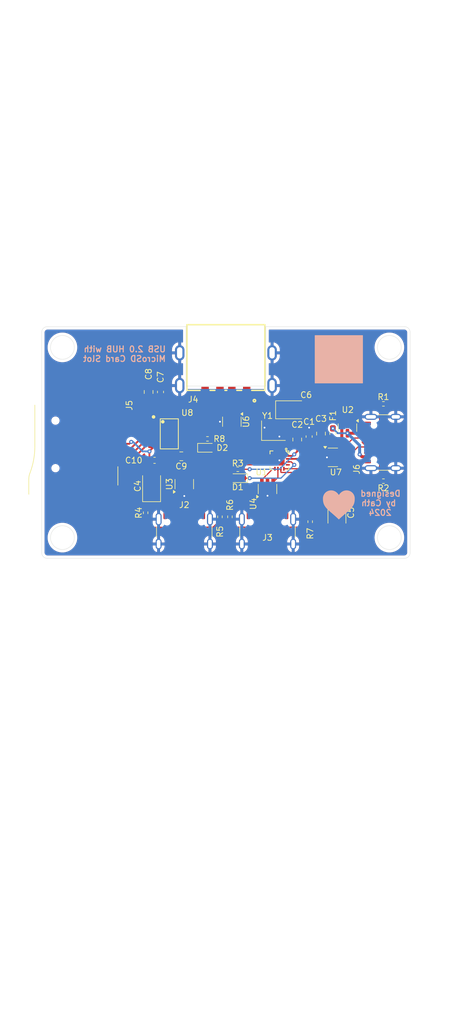
<source format=kicad_pcb>
(kicad_pcb (version 20240108) (generator "pcbnew") (generator_version "8.0")
  (layers (0 "F.Cu" signal) (31 "B.Cu" power) (34 "B.Paste" user) (35 "F.Paste" user) (36 "B.SilkS" user "B.Silkscreen") (37 "F.SilkS" user "F.Silkscreen") (38 "B.Mask" user) (39 "F.Mask" user) (44 "Edge.Cuts" user))
  (net 0 "")
  (net 1 "Net-(U1-VDD33)")
  (net 2 "GND")
  (net 3 "Net-(U1-V5)")
  (net 4 "VBUS")
  (net 5 "SD_VDD")
  (net 6 "Net-(D1-K)")
  (net 7 "Net-(D1-A)")
  (net 8 "Net-(D2-K)")
  (net 9 "Net-(D2-A)")
  (net 10 "+5V")
  (net 11 "/D2F+")
  (net 12 "Net-(J2-CC2)")
  (net 13 "/D2F-")
  (net 14 "Net-(J2-CC1)")
  (net 17 "Net-(J3-CC1)")
  (net 18 "/D1F-")
  (net 19 "Net-(J3-CC2)")
  (net 20 "/D1F+")
  (net 23 "/D4F+")
  (net 24 "/D4F-")
  (net 25 "Net-(J5-DAT0)")
  (net 26 "Net-(J5-CMD)")
  (net 27 "Net-(J5-CLK)")
  (net 28 "Net-(J5-DAT3{slash}CD)")
  (net 29 "Net-(J5-VDD)")
  (net 30 "Net-(J5-DAT2)")
  (net 31 "Net-(J5-DAT1)")
  (net 32 "D-")
  (net 33 "Net-(J6-CC2)")
  (net 36 "Net-(J6-CC1)")
  (net 37 "D+")
  (net 38 "D2+")
  (net 39 "D3-")
  (net 40 "D3+")
  (net 41 "D4+")
  (net 42 "Net-(U1-XI)")
  (net 43 "D1+")
  (net 45 "D1-")
  (net 46 "Net-(U1-XO)")
  (net 47 "D4-")
  (net 48 "D2-")
  (net 50 "/DU+")
  (net 51 "/DU-")
  (footprint "Resistor_SMD:R_0402_1005Metric_Pad0.72x0.64mm_HandSolder" (layer "F.Cu") (at 133 83.32 90)
    (property "Reference" "R4")
    (property "Value" "22K")
  )
  (footprint "Capacitor_SMD:C_0805_2012Metric_Pad1.18x1.45mm_HandSolder" (layer "F.Cu") (at 162.5 70 -90)
    (property "Reference" "C3")
    (property "Value" "1u")
  )
  (footprint "Resistor_SMD:R_0402_1005Metric_Pad0.72x0.64mm_HandSolder" (layer "F.Cu") (at 147.18 84 90)
    (property "Reference" "R6")
    (property "Value" "22K")
  )
  (footprint "Capacitor_SMD:C_0603_1608Metric_Pad1.08x0.95mm_HandSolder" (layer "F.Cu") (at 135.5 63 90)
    (property "Reference" "C7")
    (property "Value" "0.1u")
  )
  (footprint "Resistor_SMD:R_0402_1005Metric_Pad0.72x0.64mm_HandSolder" (layer "F.Cu") (at 143.4025 70.88875 180)
    (property "Reference" "R8")
    (property "Value" "1k")
  )
  (footprint "Connector_USB:USB_C_Receptacle_GCT_USB4105-xx-A_16P_TopMnt_Horizontal" (layer "F.Cu") (at 174 71.5 90)
    (property "Reference" "J6")
    (property "Value" "USB_C_Receptacle_USB2.0_16P")
  )
  (footprint "footprints:SUNTECH_ST-TF-003A" (layer "F.Cu") (at 123 71.5 -90)
    (property "Reference" "J5")
    (property "Value" "Micro_SD_Card")
  )
  (footprint "Fuse:Fuse_0603_1608Metric_Pad1.05x0.95mm_HandSolder" (layer "F.Cu") (at 164.5 70 90)
    (property "Reference" "F1")
    (property "Value" "100mA Fuse")
  )
  (footprint "Capacitor_SMD:C_0805_2012Metric_Pad1.18x1.45mm_HandSolder" (layer "F.Cu") (at 158.5 71 -90)
    (property "Reference" "C2")
    (property "Value" "10u")
  )
  (footprint "Capacitor_SMD:C_0603_1608Metric_Pad1.08x0.95mm_HandSolder" (layer "F.Cu") (at 134.5 74.5)
    (property "Reference" "C10")
    (property "Value" "0.1u")
  )
  (footprint "Crystal:Crystal_SMD_3225-4Pin_3.2x2.5mm" (layer "F.Cu") (at 154.5 69.5)
    (property "Reference" "Y1")
    (property "Value" "	Crystal 12MHz")
  )
  (footprint "Capacitor_Tantalum_SMD:CP_EIA-3528-15_AVX-H_Pad1.50x2.35mm_HandSolder" (layer "F.Cu") (at 165.18 83.32 -90)
    (property "Reference" "C5")
    (property "Value" "100uF")
  )
  (footprint "Resistor_SMD:R_0402_1005Metric_Pad0.72x0.64mm_HandSolder" (layer "F.Cu") (at 145.5 84 -90)
    (property "Reference" "R5")
    (property "Value" "22K")
  )
  (footprint "Package_TO_SOT_SMD:SOT-23-6" (layer "F.Cu") (at 164.5 74)
    (property "Reference" "U7")
    (property "Value" "USBLC6-2SC6")
  )
  (footprint "Resistor_SMD:R_0402_1005Metric_Pad0.72x0.64mm_HandSolder" (layer "F.Cu") (at 148.5 76)
    (property "Reference" "R3")
    (property "Value" "1k")
  )
  (footprint "Capacitor_Tantalum_SMD:CP_EIA-3528-15_AVX-H_Pad1.50x2.35mm_HandSolder" (layer "F.Cu") (at 157.5 66)
    (property "Reference" "C6")
    (property "Value" "100uF")
  )
  (footprint "da:QFN-16_L3.0-W3.0-P0.50-BL-EP1.7" (layer "F.Cu") (at 155.5 74.5 180)
    (property "Reference" "U1")
    (property "Value" "CH334P")
  )
  (footprint "Resistor_SMD:R_0402_1005Metric_Pad0.72x0.64mm_HandSolder" (layer "F.Cu") (at 173 78 180)
    (property "Reference" "R2")
    (property "Value" "5.1k")
  )
  (footprint "Connector_USB:USB_C_Receptacle_GCT_USB4105-xx-A_16P_TopMnt_Horizontal" (layer "F.Cu") (at 139.5 87.5)
    (property "Reference" "J2")
    (property "Value" "USB_C_Receptacle_USB2.0_16P")
  )
  (footprint "Package_TO_SOT_SMD:SOT-23-6" (layer "F.Cu") (at 147.5 68 -90)
    (property "Reference" "U6")
    (property "Value" "USBLC6-2SC6")
  )
  (footprint "Connector_USB:USB_C_Receptacle_GCT_USB4105-xx-A_16P_TopMnt_Horizontal" (layer "F.Cu") (at 153.5 87.5)
    (property "Reference" "J3")
    (property "Value" "USB_C_Receptacle_USB2.0_16P")
  )
  (footprint "Package_TO_SOT_SMD:SOT-23" (layer "F.Cu") (at 166.95 69 -90)
    (property "Reference" "U2")
    (property "Value" "CH213K")
  )
  (footprint "Package_TO_SOT_SMD:SOT-23-6" (layer "F.Cu") (at 139.5 78.5 90)
    (property "Reference" "U3")
    (property "Value" "USBLC6-2SC6")
  )
  (footprint "Capacitor_SMD:C_0805_2012Metric_Pad1.18x1.45mm_HandSolder" (layer "F.Cu") (at 133.5 63 90)
    (property "Reference" "C8")
    (property "Value" "10u")
  )
  (footprint "LED_SMD:LED_0603_1608Metric_Pad1.05x0.95mm_HandSolder" (layer "F.Cu") (at 143.4025 72.38875)
    (property "Reference" "D2")
    (property "Value" "LED")
  )
  (footprint "da:USB-A-SMD_11.0180CB1.9" (layer "F.Cu") (at 146.5 60 180)
    (property "Reference" "J4")
    (property "Value" "USB_A")
  )
  (footprint "Capacitor_Tantalum_SMD:CP_EIA-3528-15_AVX-H_Pad1.50x2.35mm_HandSolder" (layer "F.Cu") (at 134 78.82 90)
    (property "Reference" "C4")
    (property "Value" "100uF")
  )
  (footprint "Package_TO_SOT_SMD:SOT-23-6" (layer "F.Cu") (at 153.5 79.32 90)
    (property "Reference" "U4")
    (property "Value" "USBLC6-2SC6")
  )
  (footprint "Resistor_SMD:R_0402_1005Metric_Pad0.72x0.64mm_HandSolder" (layer "F.Cu") (at 173 65)
    (property "Reference" "R1")
    (property "Value" "5.1k")
  )
  (footprint "da:SSOP-16_L4.9-W3.9-P0.64-LS6.0-BL" (layer "F.Cu") (at 136.98 70.045 -90)
    (property "Reference" "U8")
    (property "Value" "GL823K-HCY04")
  )
  (footprint "LED_SMD:LED_0603_1608Metric_Pad1.05x0.95mm_HandSolder" (layer "F.Cu") (at 148.5 77.5 180)
    (property "Reference" "D1")
    (property "Value" "LED")
  )
  (footprint "Resistor_SMD:R_0402_1005Metric_Pad0.72x0.64mm_HandSolder" (layer "F.Cu") (at 160.68 84.82 -90)
    (property "Reference" "R7")
    (property "Value" "22K")
  )
  (footprint "Capacitor_SMD:C_0603_1608Metric_Pad1.08x0.95mm_HandSolder" (layer "F.Cu") (at 160.5 70.5 -90)
    (property "Reference" "C1")
    (property "Value" "0.1u")
  )
  (footprint "Capacitor_SMD:C_0805_2012Metric_Pad1.18x1.45mm_HandSolder" (layer "F.Cu") (at 139 73.82 180)
    (property "Reference" "C9")
    (property "Value" "10u")
  )
  (footprint "LOGO" (layer "B.Cu") (at 165.5 82 180)
    (property "Reference" "G***" (hide yes))
    (property "Value" "LOGO" (hide yes))
  )
  (gr_rect (start 161.5 53.5) (end 169.5 61.5) (stroke (width 0.1)) (fill solid) (layer "B.SilkS"))
  (gr_line (start 153.209491 52) (end 176.5 52) (stroke (width 0.05)) (layer "Edge.Cuts"))
  (gr_circle (center 119 87.5) (end 117 87.5) (stroke (width 0.05)) (fill none) (layer "Edge.Cuts"))
  (gr_arc (start 116.5 91) (mid 115.792893 90.707107) (end 115.5 90) (stroke (width 0.05)) (layer "Edge.Cuts"))
  (gr_arc (start 115.5 53) (mid 115.792893 52.292893) (end 116.5 52) (stroke (width 0.05)) (layer "Edge.Cuts"))
  (gr_arc (start 177.5 90) (mid 177.207107 90.707107) (end 176.5 91) (stroke (width 0.05)) (layer "Edge.Cuts"))
  (gr_circle (center 174 87.5) (end 174 85.5) (stroke (width 0.05)) (fill none) (layer "Edge.Cuts"))
  (gr_line (start 177.50009 90) (end 177.50009 53) (stroke (width 0.05)) (layer "Edge.Cuts"))
  (gr_arc (start 176.5 51.99991) (mid 177.20717 52.29283) (end 177.50009 53) (stroke (width 0.05)) (layer "Edge.Cuts"))
  (gr_line (start 115.5 90) (end 115.5 53) (stroke (width 0.05)) (layer "Edge.Cuts"))
  (gr_line (start 139.793528 62) (end 139.793528 52) (stroke (width 0.05)) (layer "Edge.Cuts"))
  (gr_line (start 153 62) (end 153.209491 62) (stroke (width 0.05)) (layer "Edge.Cuts"))
  (gr_circle (center 119 55.5) (end 117 55.5) (stroke (width 0.05)) (fill none) (layer "Edge.Cuts"))
  (gr_line (start 176.5 91) (end 116.5 91) (stroke (width 0.05)) (layer "Edge.Cuts"))
  (gr_line (start 140 62) (end 139.793528 62) (stroke (width 0.05)) (layer "Edge.Cuts"))
  (gr_circle (center 174 55.5) (end 174 53.5) (stroke (width 0.05)) (fill none) (layer "Edge.Cuts"))
  (gr_line (start 140 62) (end 153 62) (stroke (width 0.05)) (layer "Edge.Cuts"))
  (gr_line (start 139.793528 52) (end 116.5 52) (stroke (width 0.05)) (layer "Edge.Cuts"))
  (gr_line (start 153.209491 62) (end 153.209491 52) (stroke (width 0.05)) (layer "Edge.Cuts"))
  (gr_text "USB 2.0 HUB with\nMicroSD Card Slot" (at 136.5 58 0) (layer "B.SilkS") (effects (font (size 1 1) (thickness 0.2) (bold yes)) (justify left bottom mirror)))
  (gr_text "Designed \n by Cath\n  2024\n\n" (at 176 85.5 0) (layer "B.SilkS") (effects (font (size 1 1) (thickness 0.2) (bold yes)) (justify left bottom mirror)))
  (segment (start 149.0975 76) (end 150.5 76) (width 0.2) (layer "F.Cu") (net 1))
  (segment (start 156.91 73.75) (end 157.75 73.75) (width 0.3) (layer "F.Cu") (net 1))
  (segment (start 158.5 73) (end 158.5 72.0375) (width 0.3) (layer "F.Cu") (net 1))
  (segment (start 159.175 71.3625) (end 158.5 72.0375) (width 0.3) (layer "F.Cu") (net 1))
  (segment (start 160.5 71.3625) (end 159.175 71.3625) (width 0.3) (layer "F.Cu") (net 1))
  (segment (start 157.75 73.75) (end 158 73.5) (width 0.3) (layer "F.Cu") (net 1))
  (segment (start 158 73.5) (end 158.5 73) (width 0.3) (layer "F.Cu") (net 1))
  (via (at 150.5 76) (size 0.7) (drill 0.3) (layers "F.Cu" "B.Cu") (net 1))
  (via (at 158 73.5) (size 0.7) (drill 0.3) (layers "F.Cu" "B.Cu") (net 1))
  (segment (start 155.5 76) (end 158 73.5) (width 0.2) (layer "B.Cu") (net 1))
  (segment (start 155.5 76) (end 150.5 76) (width 0.2) (layer "B.Cu") (net 1))
  (segment (start 135.5 62.1375) (end 133.675 62.1375) (width 0.5) (layer "F.Cu") (net 2))
  (segment (start 153.35 68.65) (end 153 69) (width 0.2) (layer "F.Cu") (net 2))
  (segment (start 133.5 61.9625) (end 133.5 61.5) (width 0.5) (layer "F.Cu") (net 2))
  (segment (start 160.175 69.9625) (end 160.5 69.6375) (width 0.3) (layer "F.Cu") (net 2))
  (segment (start 158.5 69.9625) (end 160.175 69.9625) (width 0.3) (layer "F.Cu") (net 2))
  (segment (start 147.5 67.427684) (end 147.5 66.8625) (width 0.5) (layer "F.Cu") (net 2))
  (segment (start 155.6 70.35) (end 155.6 70.4) (width 0.2) (layer "F.Cu") (net 2))
  (segment (start 153.4 68.65) (end 153.35 68.65) (width 0.2) (layer "F.Cu") (net 2))
  (segment (start 161.825 69.6375) (end 162.5 68.9625) (width 0.3) (layer "F.Cu") (net 2))
  (segment (start 146.927684 68) (end 147.5 67.427684) (width 0.5) (layer "F.Cu") (net 2))
  (segment (start 139.63 69.095) (end 138.275 69.095) (width 0.3) (layer "F.Cu") (net 2))
  (segment (start 163.3625 74) (end 163.5 74) (width 0.3) (layer "F.Cu") (net 2))
  (segment (start 138.275 69.095) (end 137.5 68.32) (width 0.3) (layer "F.Cu") (net 2))
  (segment (start 145.5 68) (end 146.927684 68) (width 0.5) (layer "F.Cu") (net 2))
  (segment (start 139.5 79.6375) (end 139.5 80.5) (width 0.3) (layer "F.Cu") (net 2))
  (segment (start 170.32 68.3) (end 169.8 68.3) (width 0.5) (layer "F.Cu") (net 2))
  (segment (start 135.3625 74.5) (end 135.3625 74.8625) (width 0.3) (layer "F.Cu") (net 2))
  (segment (start 133.675 62.1375) (end 133.5 61.9625) (width 0.5) (layer "F.Cu") (net 2))
  (segment (start 155.6 70.4) (end 155.5 70.5) (width 0.2) (layer "F.Cu") (net 2))
  (segment (start 160.5 69.6375) (end 161.825 69.6375) (width 0.3) (layer "F.Cu") (net 2))
  (via (at 163.5 74) (size 0.7) (drill 0.3) (layers "F.Cu" "B.Cu") (net 2))
  (via (at 153.5 80.4575) (size 0.7) (drill 0.3) (layers "F.Cu" "B.Cu") (net 2))
  (via (at 145.5 68) (size 0.7) (drill 0.3) (layers "F.Cu" "B.Cu") (net 2))
  (via (at 153 69) (size 0.7) (drill 0.3) (layers "F.Cu" "B.Cu") (net 2))
  (via (at 155.5 74.5) (size 0.7) (drill 0.3) (layers "F.Cu" "B.Cu") (net 2))
  (via (at 160.5 69) (size 0.7) (drill 0.3) (layers "F.Cu" "B.Cu") (net 2))
  (via (at 139.5 80.5) (size 0.7) (drill 0.3) (layers "F.Cu" "B.Cu") (net 2))
  (via (at 155.5 70.5) (size 0.7) (drill 0.3) (layers "F.Cu" "B.Cu") (net 2))
  (segment (start 159.625 74.25) (end 162.5 71.375) (width 0.3) (layer "F.Cu") (net 3))
  (segment (start 162.5 71.0375) (end 164.3375 71.0375) (width 0.3) (layer "F.Cu") (net 3))
  (segment (start 162.5 71.375) (end 162.5 71.0375) (width 0.3) (layer "F.Cu") (net 3))
  (segment (start 164.3375 71.0375) (end 164.5 70.875) (width 0.3) (layer "F.Cu") (net 3))
  (segment (start 156.91 74.25) (end 159.625 74.25) (width 0.3) (layer "F.Cu") (net 3))
  (segment (start 153.5 79.345) (end 152.147316 79.345) (width 0.5) (layer "F.Cu") (net 4))
  (segment (start 164.525 76.475) (end 164.525 73.549999) (width 0.5) (layer "F.Cu") (net 4))
  (segment (start 151.172316 68) (end 153.172316 66) (width 0.5) (layer "F.Cu") (net 4))
  (segment (start 139.5 78) (end 139.5 77.3625) (width 0.5) (layer "F.Cu") (net 4))
  (segment (start 137.1 83.32) (end 137.1 81.32) (width 0.5) (layer "F.Cu") (net 4))
  (segment (start 139.63 71.635) (end 140.675 71.635) (width 0.5) (layer "F.Cu") (net 4))
  (segment (start 164.975001 74) (end 165.6375 74) (width 0.5) (layer "F.Cu") (net 4))
  (segment (start 155.9 80.212316) (end 160.072316 80.212316) (width 0.5) (layer "F.Cu") (net 4))
  (segment (start 151.92 79.572316) (end 152.147316 79.345) (width 0.5) (layer "F.Cu") (net 4))
  (segment (start 140.827684 78.5) (end 141.9 79.572316) (width 0.5) (layer "F.Cu") (net 4))
  (segment (start 137.1 80) (end 137.1 79.572316) (width 0.5) (layer "F.Cu") (net 4))
  (segment (start 166 70.878854) (end 166 68.0625) (width 0.5) (layer "F.Cu") (net 4))
  (segment (start 133 81.445) (end 134 80.445) (width 0.3) (layer "F.Cu") (net 4))
  (segment (start 160.072316 80.212316) (end 160.43 80.57) (width 0.5) (layer "F.Cu") (net 4))
  (segment (start 134 80.445) (end 136.225 80.445) (width 0.5) (layer "F.Cu") (net 4))
  (segment (start 146 79.572316) (end 146 82.9025) (width 0.3) (layer "F.Cu") (net 4))
  (segment (start 138.172316 78.5) (end 139.024999 78.5) (width 0.5) (layer "F.Cu") (net 4))
  (segment (start 148.072316 68) (end 151.172316 68) (width 0.5) (layer "F.Cu") (net 4))
  (segment (start 152.147316 79.345) (end 151.1 80.392316) (width 0.5) (layer "F.Cu") (net 4))
  (segment (start 137.1 79.572316) (end 138.172316 78.5) (width 0.5) (layer "F.Cu") (net 4))
  (segment (start 153.5 78.1825) (end 153.5 79.345) (width 0.5) (layer "F.Cu") (net 4))
  (segment (start 157.5 67.625) (end 165.5625 67.625) (width 0.5) (layer "F.Cu") (net 4))
  (segment (start 140.985 72.8725) (end 140.0375 73.82) (width 0.5) (layer "F.Cu") (net 4))
  (segment (start 137.1 81.32) (end 137.1 80) (width 0.5) (layer "F.Cu") (net 4))
  (segment (start 140.0375 73.82) (end 137.1 76.7575) (width 0.5) (layer "F.Cu") (net 4))
  (segment (start 146 79.572316) (end 151.92 79.572316) (width 0.5) (layer "F.Cu") (net 4))
  (segment (start 141.9 79.572316) (end 146 79.572316) (width 0.5) (layer "F.Cu") (net 4))
  (segment (start 155.9 80.212316) (end 155.9 83.32) (width 0.5) (layer "F.Cu") (net 4))
  (segment (start 155.9 80.212316) (end 155.032684 79.345) (width 0.5) (layer "F.Cu") (net 4))
  (segment (start 155.375 66) (end 153.172316 66) (width 0.5) (layer "F.Cu") (net 4))
  (segment (start 160.43 80.57) (end 161.555 81.695) (width 0.5) (layer "F.Cu") (net 4))
  (segment (start 151.1 80.392316) (end 151.1 83.32) (width 0.5) (layer "F.Cu") (net 4))
  (segment (start 147.5 69.1375) (end 147.5 68.572316) (width 0.5) (layer "F.Cu") (net 4))
  (segment (start 140 78.5) (end 139.5 78) (width 0.5) (layer "F.Cu") (net 4))
  (segment (start 147.5 68.572316) (end 148.072316 68) (width 0.5) (layer "F.Cu") (net 4))
  (segment (start 137.1 76.7575) (end 137.1 80) (width 0.5) (layer "F.Cu") (net 4))
  (segment (start 161.68 81.695) (end 165.18 81.695) (width 0.5) (layer "F.Cu") (net 4))
  (segment (start 140.985 71.945) (end 140.985 72.8725) (width 0.5) (layer "F.Cu") (net 4))
  (segment (start 155.875 66) (end 157.5 67.625) (width 0.5) (layer "F.Cu") (net 4))
  (segment (start 140.675 71.635) (end 140.985 71.945) (width 0.5) (layer "F.Cu") (net 4))
  (segment (start 160.43 80.57) (end 164.525 76.475) (width 0.5) (layer "F.Cu") (net 4))
  (segment (start 139.024999 78.5) (end 139.5 78.024999) (width 0.5) (layer "F.Cu") (net 4))
  (segment (start 141.9 83.32) (end 141.9 79.572316) (width 0.5) (layer "F.Cu") (net 4))
  (segment (start 165.5625 67.625) (end 166 68.0625) (width 0.5) (layer "F.Cu") (net 4))
  (segment (start 164.525 73.549999) (end 164.975001 74) (width 0.5) (layer "F.Cu") (net 4))
  (segment (start 160.68 82.695) (end 161.68 81.695) (width 0.3) (layer "F.Cu") (net 4))
  (segment (start 155.032684 79.345) (end 153.5 79.345) (width 0.5) (layer "F.Cu") (net 4))
  (segment (start 146 82.9025) (end 146.5 83.4025) (width 0.3) (layer "F.Cu") (net 4))
  (segment (start 139.5 78.024999) (end 139.5 77.3625) (width 0.5) (layer "F.Cu") (net 4))
  (segment (start 133 82.7225) (end 133 81.445) (width 0.3) (layer "F.Cu") (net 4))
  (segment (start 160.68 84.2225) (end 160.68 82.695) (width 0.3) (layer "F.Cu") (net 4))
  (segment (start 146 82.9025) (end 145.5 83.4025) (width 0.3) (layer "F.Cu") (net 4))
  (segment (start 136.225 80.445) (end 137.1 81.32) (width 0.5) (layer "F.Cu") (net 4))
  (segment (start 153.172316 66) (end 152.42 66) (width 0.5) (layer "F.Cu") (net 4))
  (segment (start 164.525 72.353854) (end 166 70.878854) (width 0.5) (layer "F.Cu") (net 4))
  (segment (start 140.827684 78.5) (end 140 78.5) (width 0.5) (layer "F.Cu") (net 4))
  (segment (start 152.42 66) (end 150 63.58) (width 0.5) (layer "F.Cu") (net 4))
  (segment (start 146.5 83.4025) (end 147.18 83.4025) (width 0.3) (layer "F.Cu") (net 4))
  (segment (start 164.525 73.549999) (end 164.525 72.353854) (width 0.5) (layer "F.Cu") (net 4))
  (segment (start 137.48 70.045) (end 137.8 69.725) (width 0.3) (layer "F.Cu") (net 5))
  (segment (start 133.5 64.0375) (end 135.325 64.0375) (width 0.3) (layer "F.Cu") (net 5))
  (segment (start 136.48 70.045) (end 136 69.565) (width 0.3) (layer "F.Cu") (net 5))
  (segment (start 136 66.5375) (end 133.5 64.0375) (width 0.3) (layer "F.Cu") (net 5))
  (segment (start 138.425 72.265) (end 137.48 71.32) (width 0.3) (layer "F.Cu") (net 5))
  (segment (start 136 69.565) (end 136 66.5375) (width 0.3) (layer "F.Cu") (net 5))
  (segment (start 137.8 69.725) (end 139.63 69.725) (width 0.3) (layer "F.Cu") (net 5))
  (segment (start 137.48 70.045) (end 136.48 70.045) (width 0.3) (layer "F.Cu") (net 5))
  (segment (start 141.64125 69.725) (end 139.63 69.725) (width 0.3) (layer "F.Cu") (net 5))
  (segment (start 139.63 72.265) (end 138.425 72.265) (width 0.3) (layer "F.Cu") (net 5))
  (segment (start 142.805 70.88875) (end 141.64125 69.725) (width 0.3) (layer "F.Cu") (net 5))
  (segment (start 135.325 64.0375) (end 135.5 63.8625) (width 0.3) (layer "F.Cu") (net 5))
  (segment (start 137.48 71.32) (end 137.48 70.045) (width 0.3) (layer "F.Cu") (net 5))
  (segment (start 149.375 77.5) (end 150.5 77.5) (width 0.2) (layer "F.Cu") (net 6))
  (segment (start 158 75.26) (end 157.49 74.75) (width 0.2) (layer "F.Cu") (net 6))
  (segment (start 157.49 74.75) (end 156.91 74.75) (width 0.2) (layer "F.Cu") (net 6))
  (via (at 150.5 77.5) (size 0.7) (drill 0.3) (layers "F.Cu" "B.Cu") (net 6))
  (via (at 158 75.26) (size 0.7) (drill 0.3) (layers "F.Cu" "B.Cu") (net 6))
  (segment (start 155.76 77.5) (end 158 75.26) (width 0.2) (layer "B.Cu") (net 6))
  (segment (start 150.5 77.5) (end 155.76 77.5) (width 0.2) (layer "B.Cu") (net 6))
  (segment (start 147.9025 77.2225) (end 147.625 77.5) (width 0.3) (layer "F.Cu") (net 7))
  (segment (start 147.9025 76) (end 147.9025 77.2225) (width 0.3) (layer "F.Cu") (net 7))
  (segment (start 139.63 70.365) (end 140.50375 70.365) (width 0.3) (layer "F.Cu") (net 8))
  (segment (start 140.50375 70.365) (end 142.5275 72.38875) (width 0.3) (layer "F.Cu") (net 8))
  (segment (start 144 72.11125) (end 144.2775 72.38875) (width 0.3) (layer "F.Cu") (net 9))
  (segment (start 144 70.88875) (end 144 72.11125) (width 0.3) (layer "F.Cu") (net 9))
  (segment (start 169.4 73.9) (end 169 73.5) (width 0.5) (layer "F.Cu") (net 10))
  (segment (start 166.95 69.9375) (end 168.812958 69.9375) (width 0.5) (layer "F.Cu") (net 10))
  (segment (start 169.650458 69.1) (end 170.32 69.1) (width 0.5) (layer "F.Cu") (net 10))
  (segment (start 170.32 73.9) (end 169.4 73.9) (width 0.5) (layer "F.Cu") (net 10))
  (segment (start 168.812958 69.9375) (end 169.650458 69.1) (width 0.5) (layer "F.Cu") (net 10))
  (via (at 164.5 69.125) (size 0.7) (drill 0.3) (layers "F.Cu" "B.Cu") (net 10))
  (via (at 169 73.5) (size 0.7) (drill 0.3) (layers "F.Cu" "B.Cu") (net 10))
  (via (at 166.95 69.9375) (size 0.7) (drill 0.3) (layers "F.Cu" "B.Cu") (net 10))
  (segment (start 169 71.9875) (end 166.95 69.9375) (width 0.5) (layer "B.Cu") (net 10))
  (segment (start 166.95 69.9375) (end 165.3125 69.9375) (width 0.3) (layer "B.Cu") (net 10))
  (segment (start 169 73.5) (end 169 71.9875) (width 0.5) (layer "B.Cu") (net 10))
  (segment (start 165.3125 69.9375) (end 164.5 69.125) (width 0.3) (layer "B.Cu") (net 10))
  (segment (start 140.45 79.6375) (end 140.25 79.8375) (width 0.2) (layer "F.Cu") (net 11))
  (segment (start 140.25 79.8375) (end 140.25 83.82) (width 0.2) (layer "F.Cu") (net 11))
  (segment (start 139.25 83.82) (end 139.25 84.42741) (width 0.2) (layer "F.Cu") (net 11))
  (segment (start 139.98241 84.695) (end 140.25 84.42741) (width 0.2) (layer "F.Cu") (net 11))
  (segment (start 140.25 84.42741) (end 140.25 83.82) (width 0.2) (layer "F.Cu") (net 11))
  (segment (start 139.25 84.42741) (end 139.51759 84.695) (width 0.2) (layer "F.Cu") (net 11))
  (segment (start 139.51759 84.695) (end 139.98241 84.695) (width 0.2) (layer "F.Cu") (net 11))
  (segment (start 144.3525 85.745) (end 145.5 84.5975) (width 0.2) (layer "F.Cu") (net 12))
  (segment (start 142.285406 85.745) (end 144.3525 85.745) (width 0.2) (layer "F.Cu") (net 12))
  (segment (start 141.25 84.709594) (end 142.285406 85.745) (width 0.2) (layer "F.Cu") (net 12))
  (segment (start 141.25 83.82) (end 141.25 84.709594) (width 0.2) (layer "F.Cu") (net 12))
  (segment (start 138.75 83.82) (end 138.75 83.21259) (width 0.2) (layer "F.Cu") (net 13))
  (segment (start 138.75 79.8375) (end 138.55 79.6375) (width 0.2) (layer "F.Cu") (net 13))
  (segment (start 138.75 83.82) (end 138.75 79.8375) (width 0.2) (layer "F.Cu") (net 13))
  (segment (start 139.48241 82.945) (end 139.75 83.21259) (width 0.2) (layer "F.Cu") (net 13))
  (segment (start 139.01759 82.945) (end 139.48241 82.945) (width 0.2) (layer "F.Cu") (net 13))
  (segment (start 138.75 83.21259) (end 139.01759 82.945) (width 0.2) (layer "F.Cu") (net 13))
  (segment (start 139.75 83.21259) (end 139.75 83.82) (width 0.2) (layer "F.Cu") (net 13))
  (segment (start 138.25 84.57) (end 138.25 83.32) (width 0.3) (layer "F.Cu") (net 14))
  (segment (start 134 85.82) (end 137 85.82) (width 0.3) (layer "F.Cu") (net 14))
  (segment (start 133 83.9175) (end 133 84.82) (width 0.3) (layer "F.Cu") (net 14))
  (segment (start 137 85.82) (end 138.25 84.57) (width 0.3) (layer "F.Cu") (net 14))
  (segment (start 133 84.82) (end 134 85.82) (width 0.3) (layer "F.Cu") (net 14))
  (segment (start 152.25 84.75) (end 152.25 83.82) (width 0.2) (layer "F.Cu") (net 17))
  (segment (start 148.3275 85.745) (end 151.255 85.745) (width 0.2) (layer "F.Cu") (net 17))
  (segment (start 147.18 84.5975) (end 148.3275 85.745) (width 0.2) (layer "F.Cu") (net 17))
  (segment (start 151.255 85.745) (end 152.25 84.75) (width 0.2) (layer "F.Cu") (net 17))
  (segment (start 152.55 81.119999) (end 152.75 81.319999) (width 0.2) (layer "F.Cu") (net 18))
  (segment (start 153.75 83.21259) (end 153.75 83.82) (width 0.2) (layer "F.Cu") (net 18))
  (segment (start 153.48241 82.945) (end 153.75 83.21259) (width 0.2) (layer "F.Cu") (net 18))
  (segment (start 152.75 83.21259) (end 153.01759 82.945) (width 0.2) (layer "F.Cu") (net 18))
  (segment (start 152.75 83.82) (end 152.75 83.21259) (width 0.2) (layer "F.Cu") (net 18))
  (segment (start 153.01759 82.945) (end 153.48241 82.945) (width 0.2) (layer "F.Cu") (net 18))
  (segment (start 152.55 80.4575) (end 152.55 81.119999) (width 0.2) (layer "F.Cu") (net 18))
  (segment (start 152.75 81.319999) (end 152.75 83.32) (width 0.2) (layer "F.Cu") (net 18))
  (segment (start 155.25 84.709594) (end 156.285406 85.745) (width 0.2) (layer "F.Cu") (net 19))
  (segment (start 155.25 83.82) (end 155.25 84.709594) (width 0.2) (layer "F.Cu") (net 19))
  (segment (start 160.3525 85.745) (end 160.68 85.4175) (width 0.2) (layer "F.Cu") (net 19))
  (segment (start 156.285406 85.745) (end 160.3525 85.745) (width 0.2) (layer "F.Cu") (net 19))
  (segment (start 154.25 80.6575) (end 154.25 83.32) (width 0.2) (layer "F.Cu") (net 20))
  (segment (start 154.45 80.4575) (end 154.25 80.6575) (width 0.2) (layer "F.Cu") (net 20))
  (segment (start 153.51759 84.695) (end 153.98241 84.695) (width 0.2) (layer "F.Cu") (net 20))
  (segment (start 154.25 84.42741) (end 154.25 83.82) (width 0.2) (layer "F.Cu") (net 20))
  (segment (start 154.25 83.993095) (end 154.25 83.32) (width 0.2) (layer "F.Cu") (net 20))
  (segment (start 153.25 84.42741) (end 153.51759 84.695) (width 0.2) (layer "F.Cu") (net 20))
  (segment (start 153.98241 84.695) (end 154.25 84.42741) (width 0.2) (layer "F.Cu") (net 20))
  (segment (start 153.25 83.82) (end 153.25 84.42741) (width 0.2) (layer "F.Cu") (net 20))
  (segment (start 146.55 66.8625) (end 146 66.3125) (width 0.2) (layer "F.Cu") (net 23))
  (segment (start 146 64.08) (end 145.5 63.58) (width 0.2) (layer "F.Cu") (net 23))
  (segment (start 146 66.3125) (end 146 64.08) (width 0.2) (layer "F.Cu") (net 23))
  (segment (start 148.45 66.45) (end 147.5 65.5) (width 0.2) (layer "F.Cu") (net 24))
  (segment (start 148.45 66.8625) (end 148.45 66.45) (width 0.2) (layer "F.Cu") (net 24))
  (segment (start 147.5 65.5) (end 147.5 63.58) (width 0.2) (layer "F.Cu") (net 24))
  (segment (start 134.33 69.095) (end 129.755 69.095) (width 0.3) (layer "F.Cu") (net 25))
  (segment (start 129.755 69.095) (end 129.08 68.42) (width 0.3) (layer "F.Cu") (net 25))
  (segment (start 129.08 68.42) (end 128.33 68.42) (width 0.3) (layer "F.Cu") (net 25))
  (segment (start 130.18 72.82) (end 128.33 72.82) (width 0.3) (layer "F.Cu") (net 26))
  (segment (start 134.33 70.365) (end 132.635 70.365) (width 0.3) (layer "F.Cu") (net 26))
  (segment (start 132.635 70.365) (end 130.18 72.82) (width 0.3) (layer "F.Cu") (net 26))
  (segment (start 134.33 69.725) (end 129.975 69.725) (width 0.3) (layer "F.Cu") (net 27))
  (segment (start 129.975 69.725) (end 129.08 70.62) (width 0.3) (layer "F.Cu") (net 27))
  (segment (start 129.08 70.62) (end 128.33 70.62) (width 0.3) (layer "F.Cu") (net 27))
  (segment (start 134.33 70.995) (end 133.125 70.995) (width 0.3) (layer "F.Cu") (net 28))
  (segment (start 133.125 70.995) (end 130.2 73.92) (width 0.3) (layer "F.Cu") (net 28))
  (segment (start 130.2 73.92) (end 128.33 73.92) (width 0.3) (layer "F.Cu") (net 28))
  (segment (start 133.6375 73) (end 133.6375 72.9575) (width 0.3) (layer "F.Cu") (net 29))
  (segment (start 133.6375 74.5) (end 133.6375 73) (width 0.3) (layer "F.Cu") (net 29))
  (segment (start 130.26 71.72) (end 130.58 71.4) (width 0.3) (layer "F.Cu") (net 29))
  (segment (start 128.33 71.72) (end 130.26 71.72) (width 0.3) (layer "F.Cu") (net 29))
  (segment (start 133.6375 72.9575) (end 134.33 72.265) (width 0.3) (layer "F.Cu") (net 29))
  (via (at 133.6375 73) (size 0.7) (drill 0.3) (layers "F.Cu" "B.Cu") (net 29))
  (via (at 130.58 71.4) (size 0.7) (drill 0.3) (layers "F.Cu" "B.Cu") (net 29))
  (segment (start 130.58 71.4) (end 130.9 71.4) (width 0.3) (layer "B.Cu") (net 29))
  (segment (start 130.9 71.4) (end 132.5 73) (width 0.3) (layer "B.Cu") (net 29))
  (segment (start 132.5 73) (end 133.6375 73) (width 0.3) (layer "B.Cu") (net 29))
  (segment (start 133.485467 71.635) (end 130.100467 75.02) (width 0.3) (layer "F.Cu") (net 30))
  (segment (start 134.33 71.635) (end 133.485467 71.635) (width 0.3) (layer "F.Cu") (net 30))
  (segment (start 130.100467 75.02) (end 128.33 75.02) (width 0.3) (layer "F.Cu") (net 30))
  (segment (start 134.33 68.455) (end 130.215 68.455) (width 0.3) (layer "F.Cu") (net 31))
  (segment (start 130.215 68.455) (end 129.08 67.32) (width 0.3) (layer "F.Cu") (net 31))
  (segment (start 129.08 67.32) (end 128.33 67.32) (width 0.3) (layer "F.Cu") (net 31))
  (segment (start 170.32 72.25) (end 170.92741 72.25) (width 0.2) (layer "F.Cu") (net 32))
  (segment (start 171.195 71.98241) (end 171.195 71.51759) (width 0.2) (layer "F.Cu") (net 32))
  (segment (start 170.92741 71.25) (end 170.32 71.25) (width 0.2) (layer "F.Cu") (net 32))
  (segment (start 170.92741 72.25) (end 171.195 71.98241) (width 0.2) (layer "F.Cu") (net 32))
  (segment (start 166.01259 74.95) (end 168.71259 72.25) (width 0.2) (layer "F.Cu") (net 32))
  (segment (start 165.6375 74.95) (end 166.01259 74.95) (width 0.2) (layer "F.Cu") (net 32))
  (segment (start 168.71259 72.25) (end 170.32 72.25) (width 0.2) (layer "F.Cu") (net 32))
  (segment (start 171.195 71.51759) (end 170.92741 71.25) (width 0.2) (layer "F.Cu") (net 32))
  (segment (start 171.280305 69.75) (end 172.4025 68.627805) (width 0.3) (layer "F.Cu") (net 33))
  (segment (start 170.32 69.75) (end 171.280305 69.75) (width 0.3) (layer "F.Cu") (net 33))
  (segment (start 172.4025 68.627805) (end 172.4025 65) (width 0.3) (layer "F.Cu") (net 33))
  (segment (start 170.32 72.75) (end 170.99812 72.75) (width 0.3) (layer "F.Cu") (net 36))
  (segment (start 172.4025 74.15438) (end 172.4025 78) (width 0.3) (layer "F.Cu") (net 36))
  (segment (start 170.99812 72.75) (end 172.4025 74.15438) (width 0.3) (layer "F.Cu") (net 36))
  (segment (start 169.445 71.48241) (end 169.71259 71.75) (width 0.2) (layer "F.Cu") (net 37))
  (segment (start 167.9375 70.75) (end 170.32 70.75) (width 0.2) (layer "F.Cu") (net 37))
  (segment (start 169.445 71.01759) (end 169.445 71.48241) (width 0.2) (layer "F.Cu") (net 37))
  (segment (start 165.6375 73.05) (end 167.9375 70.75) (width 0.2) (layer "F.Cu") (net 37))
  (segment (start 169.71259 70.75) (end 169.445 71.01759) (width 0.2) (layer "F.Cu") (net 37))
  (segment (start 169.71259 71.75) (end 170.32 71.75) (width 0.2) (layer "F.Cu") (net 37))
  (segment (start 170.32 70.75) (end 169.71259 70.75) (width 0.2) (layer "F.Cu") (net 37))
  (segment (start 141.25 75.25) (end 154.09 75.25) (width 0.2) (layer "F.Cu") (net 38))
  (segment (start 140.45 77.3625) (end 140.45 76.05) (width 0.2) (layer "F.Cu") (net 38))
  (segment (start 140.45 76.05) (end 141.25 75.25) (width 0.2) (layer "F.Cu") (net 38))
  (segment (start 153.594999 73.75) (end 153.544999 73.8) (width 0.2) (layer "F.Cu") (net 39))
  (segment (start 154.09 73.75) (end 153.594999 73.75) (width 0.2) (layer "F.Cu") (net 39))
  (segment (start 149.365686 73.8) (end 143.390686 67.825) (width 0.2) (layer "F.Cu") (net 39))
  (segment (start 153.544999 73.8) (end 149.365686 73.8) (width 0.2) (layer "F.Cu") (net 39))
  (segment (start 143.390686 67.825) (end 139.63 67.825) (width 0.2) (layer "F.Cu") (net 39))
  (segment (start 153.544999 74.2) (end 149.2 74.2) (width 0.2) (layer "F.Cu") (net 40))
  (segment (start 154.09 74.25) (end 153.594999 74.25) (width 0.2) (layer "F.Cu") (net 40))
  (segment (start 143.455 68.455) (end 139.63 68.455) (width 0.2) (layer "F.Cu") (net 40))
  (segment (start 153.594999 74.25) (end 153.544999 74.2) (width 0.2) (layer "F.Cu") (net 40))
  (segment (start 149.2 74.2) (end 143.455 68.455) (width 0.2) (layer "F.Cu") (net 40))
  (segment (start 146.55 69.490552) (end 149.559448 72.5) (width 0.2) (layer "F.Cu") (net 41))
  (segment (start 146.55 69.1375) (end 146.55 69.490552) (width 0.2) (layer "F.Cu") (net 41))
  (segment (start 154.16 72.5) (end 154.75 73.09) (width 0.2) (layer "F.Cu") (net 41))
  (segment (start 149.559448 72.5) (end 154.16 72.5) (width 0.2) (layer "F.Cu") (net 41))
  (segment (start 153.4 70.35) (end 154.3 71.25) (width 0.2) (layer "F.Cu") (net 42))
  (segment (start 155.25 71.25) (end 155.75 71.75) (width 0.2) (layer "F.Cu") (net 42))
  (segment (start 155.75 71.75) (end 155.75 73.09) (width 0.2) (layer "F.Cu") (net 42))
  (segment (start 154.3 71.25) (end 155.25 71.25) (width 0.2) (layer "F.Cu") (net 42))
  (segment (start 154.45 78.1825) (end 155.25 77.3825) (width 0.2) (layer "F.Cu") (net 43))
  (segment (start 155.25 77.3825) (end 155.25 75.91) (width 0.2) (layer "F.Cu") (net 43))
  (segment (start 152.55 77.77) (end 152.55 78.1825) (width 0.2) (layer "F.Cu") (net 45))
  (segment (start 154.75 75.91) (end 154.41 75.91) (width 0.2) (layer "F.Cu") (net 45))
  (segment (start 154.41 75.91) (end 152.55 77.77) (width 0.2) (layer "F.Cu") (net 45))
  (segment (start 155.6 68.65) (end 155.7 68.65) (width 0.2) (layer "F.Cu") (net 46))
  (segment (start 157 71) (end 156.25 71.75) (width 0.2) (layer "F.Cu") (net 46))
  (segment (start 155.7 68.65) (end 157 69.95) (width 0.2) (layer "F.Cu") (net 46))
  (segment (start 157 69.95) (end 157 71) (width 0.2) (layer "F.Cu") (net 46))
  (segment (start 156.25 71.75) (end 156.25 73.09) (width 0.2) (layer "F.Cu") (net 46))
  (segment (start 148.45 69.167156) (end 151.082844 71.8) (width 0.2) (layer "F.Cu") (net 47))
  (segment (start 155.25 72.56) (end 155.25 73.09) (width 0.2) (layer "F.Cu") (net 47))
  (segment (start 151.082844 71.8) (end 154.49 71.8) (width 0.2) (layer "F.Cu") (net 47))
  (segment (start 148.45 69.1375) (end 148.45 69.167156) (width 0.2) (layer "F.Cu") (net 47))
  (segment (start 154.49 71.8) (end 155.25 72.56) (width 0.2) (layer "F.Cu") (net 47))
  (segment (start 154.09 74.75) (end 140.809448 74.75) (width 0.2) (layer "F.Cu") (net 48))
  (segment (start 138.55 77.009448) (end 138.55 77.3625) (width 0.2) (layer "F.Cu") (net 48))
  (segment (start 140.809448 74.75) (end 138.55 77.009448) (width 0.2) (layer "F.Cu") (net 48))
  (segment (start 163.0125 73.4) (end 163.3625 73.05) (width 0.2) (layer "F.Cu") (net 50))
  (segment (start 162.4 74.0125) (end 162.4 73.659448) (width 0.2) (layer "F.Cu") (net 50))
  (segment (start 162.4 73.659448) (end 162.659448 73.4) (width 0.2) (layer "F.Cu") (net 50))
  (segment (start 156.25 75.91) (end 160.5025 75.91) (width 0.2) (layer "F.Cu") (net 50))
  (segment (start 160.5025 75.91) (end 162.4 74.0125) (width 0.2) (layer "F.Cu") (net 50))
  (segment (start 162.659448 73.4) (end 163.0125 73.4) (width 0.2) (layer "F.Cu") (net 50))
  (segment (start 155.75 76.48) (end 155.75 75.91) (width 0.2) (layer "F.Cu") (net 51))
  (segment (start 155.81 76.54) (end 155.75 76.48) (width 0.2) (layer "F.Cu") (net 51))
  (segment (start 163.3625 74.95) (end 161.7725 76.54) (width 0.2) (layer "F.Cu") (net 51))
  (segment (start 161.7725 76.54) (end 155.81 76.54) (width 0.2) (layer "F.Cu") (net 51))
  (zone (net 2) (net_name "GND") (layer "F.Cu") (priority 1) (connect_pads thru_hole_only (clearance 0.5)) (min_thickness 0.25) (fill yes (thermal_gap 0.5) (thermal_bridge_width 0.5) (smoothing chamfer))
    (polygon (pts (xy 113.5 51) (xy 113.5 95) (xy 178.5 95) (xy 184 89.5) (xy 184 55) (xy 176 47) (xy 117.5 47)))
  )
  (zone (net 2) (net_name "GND") (layer "B.Cu") (connect_pads (clearance 0.5)) (min_thickness 0.25) (fill yes (thermal_gap 0.5) (thermal_bridge_width 0.5))
    (polygon (pts (xy 114 50.5) (xy 179.5 50.5) (xy 181.5 52.5) (xy 181.5 96) (xy 178 99.5) (xy 114.5 99.5) (xy 108.5 93.5) (xy 108.5 56)))
  )
)
</source>
